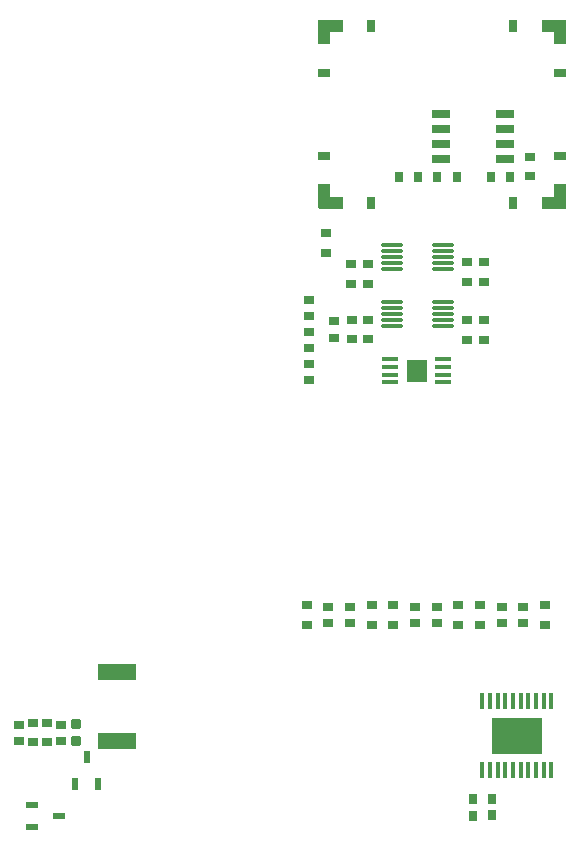
<source format=gtp>
G04*
G04 #@! TF.GenerationSoftware,Altium Limited,Altium Designer,22.4.2 (48)*
G04*
G04 Layer_Color=8421504*
%FSLAX25Y25*%
%MOIN*%
G70*
G04*
G04 #@! TF.SameCoordinates,2E2B2F14-C775-4052-8AD3-083FCFC3520C*
G04*
G04*
G04 #@! TF.FilePolarity,Positive*
G04*
G01*
G75*
%ADD15R,0.12992X0.05315*%
%ADD16R,0.03937X0.03150*%
%ADD17R,0.03150X0.03937*%
%ADD18R,0.08268X0.03937*%
%ADD19R,0.03937X0.08268*%
%ADD20R,0.03150X0.03543*%
%ADD21R,0.06004X0.02559*%
%ADD22R,0.03543X0.03150*%
%ADD23R,0.01772X0.05709*%
%ADD24R,0.16535X0.12205*%
%ADD25O,0.07480X0.01181*%
%ADD26R,0.05610X0.01772*%
%ADD27R,0.06614X0.07402*%
%ADD28R,0.02362X0.04134*%
G04:AMPARAMS|DCode=29|XSize=35.43mil|YSize=31.5mil|CornerRadius=7.87mil|HoleSize=0mil|Usage=FLASHONLY|Rotation=180.000|XOffset=0mil|YOffset=0mil|HoleType=Round|Shape=RoundedRectangle|*
%AMROUNDEDRECTD29*
21,1,0.03543,0.01575,0,0,180.0*
21,1,0.01968,0.03150,0,0,180.0*
1,1,0.01575,-0.00984,0.00787*
1,1,0.01575,0.00984,0.00787*
1,1,0.01575,0.00984,-0.00787*
1,1,0.01575,-0.00984,-0.00787*
%
%ADD29ROUNDEDRECTD29*%
%ADD30R,0.04134X0.02362*%
D15*
X42126Y-264665D02*
D03*
Y-241634D02*
D03*
D16*
X111356Y-42126D02*
D03*
X111356Y-69685D02*
D03*
X190096Y-42126D02*
D03*
X190096Y-69685D02*
D03*
D17*
X127104Y-26378D02*
D03*
X127104Y-85433D02*
D03*
X174348Y-26378D02*
D03*
X174348Y-85433D02*
D03*
D18*
X113522Y-26378D02*
D03*
X113522Y-85433D02*
D03*
X187931Y-26378D02*
D03*
X187931Y-85433D02*
D03*
D19*
X111356Y-28543D02*
D03*
X111356Y-83268D02*
D03*
X190096Y-28543D02*
D03*
X190096Y-83268D02*
D03*
D20*
X155585Y-76768D02*
D03*
X149049Y-76807D02*
D03*
X136128Y-76768D02*
D03*
X142663Y-76728D02*
D03*
X173356Y-76768D02*
D03*
X166821Y-76807D02*
D03*
X160817Y-284146D02*
D03*
X167353Y-284106D02*
D03*
X160817Y-289646D02*
D03*
X167353Y-289606D02*
D03*
D21*
X150356Y-55768D02*
D03*
Y-60768D02*
D03*
Y-65768D02*
D03*
Y-70768D02*
D03*
X171711D02*
D03*
Y-65768D02*
D03*
Y-60768D02*
D03*
Y-55768D02*
D03*
D22*
X179856Y-76496D02*
D03*
X179817Y-69961D02*
D03*
X112702Y-220079D02*
D03*
Y-225590D02*
D03*
X148851Y-220079D02*
D03*
Y-225590D02*
D03*
X177770Y-220079D02*
D03*
Y-225590D02*
D03*
X170540Y-220079D02*
D03*
Y-225590D02*
D03*
X119932Y-220079D02*
D03*
Y-225590D02*
D03*
X141621Y-220079D02*
D03*
Y-225590D02*
D03*
X106299Y-138976D02*
D03*
Y-144488D02*
D03*
Y-128347D02*
D03*
Y-133858D02*
D03*
X106299Y-117717D02*
D03*
Y-123228D02*
D03*
X111850Y-102126D02*
D03*
X111811Y-95591D02*
D03*
X164555Y-105138D02*
D03*
X164594Y-111673D02*
D03*
X159055Y-105138D02*
D03*
X159095Y-111673D02*
D03*
X164469Y-124429D02*
D03*
X164508Y-130965D02*
D03*
X158968Y-124429D02*
D03*
X159008Y-130965D02*
D03*
X120552Y-130850D02*
D03*
X120513Y-124315D02*
D03*
X126071Y-130850D02*
D03*
X126031Y-124315D02*
D03*
X125839Y-105811D02*
D03*
X125878Y-112346D02*
D03*
X120339Y-105811D02*
D03*
X120378Y-112346D02*
D03*
X114567Y-124803D02*
D03*
Y-130315D02*
D03*
X185000Y-219567D02*
D03*
X185039Y-226102D02*
D03*
X105512D02*
D03*
X105472Y-219567D02*
D03*
X127201Y-226102D02*
D03*
X127162Y-219567D02*
D03*
X156120Y-226102D02*
D03*
X156081Y-219567D02*
D03*
X163311D02*
D03*
X163350Y-226102D02*
D03*
X134431D02*
D03*
X134391Y-219567D02*
D03*
X14293Y-258724D02*
D03*
X14332Y-265260D02*
D03*
X18959Y-258724D02*
D03*
X18999Y-265260D02*
D03*
X23665Y-259315D02*
D03*
Y-264827D02*
D03*
X9665D02*
D03*
Y-259315D02*
D03*
D23*
X164028Y-274606D02*
D03*
X166587D02*
D03*
X169147D02*
D03*
X171705D02*
D03*
X174265D02*
D03*
X176824D02*
D03*
X179383D02*
D03*
X181942D02*
D03*
X184501D02*
D03*
X187060D02*
D03*
Y-251575D02*
D03*
X184501D02*
D03*
X181942D02*
D03*
X179383D02*
D03*
X176824D02*
D03*
X174265D02*
D03*
X171705D02*
D03*
X169147D02*
D03*
X166587D02*
D03*
X164028D02*
D03*
D24*
X175544Y-263091D02*
D03*
D25*
X151083Y-107480D02*
D03*
Y-105512D02*
D03*
Y-103543D02*
D03*
Y-101575D02*
D03*
Y-99606D02*
D03*
X133957Y-107480D02*
D03*
Y-105512D02*
D03*
Y-103543D02*
D03*
Y-101575D02*
D03*
Y-99606D02*
D03*
X151083Y-126378D02*
D03*
Y-124409D02*
D03*
Y-122441D02*
D03*
Y-120472D02*
D03*
Y-118504D02*
D03*
X133957Y-126378D02*
D03*
Y-124409D02*
D03*
Y-122441D02*
D03*
Y-120472D02*
D03*
Y-118504D02*
D03*
D26*
X150835Y-145177D02*
D03*
Y-142618D02*
D03*
Y-140059D02*
D03*
Y-137500D02*
D03*
X133417D02*
D03*
Y-140059D02*
D03*
Y-142618D02*
D03*
Y-145177D02*
D03*
D27*
X142126Y-141339D02*
D03*
D28*
X32165Y-270004D02*
D03*
X35906Y-279059D02*
D03*
X28425D02*
D03*
D29*
X28665Y-259276D02*
D03*
Y-264787D02*
D03*
D30*
X13976Y-286024D02*
D03*
Y-293504D02*
D03*
X23031Y-289764D02*
D03*
M02*

</source>
